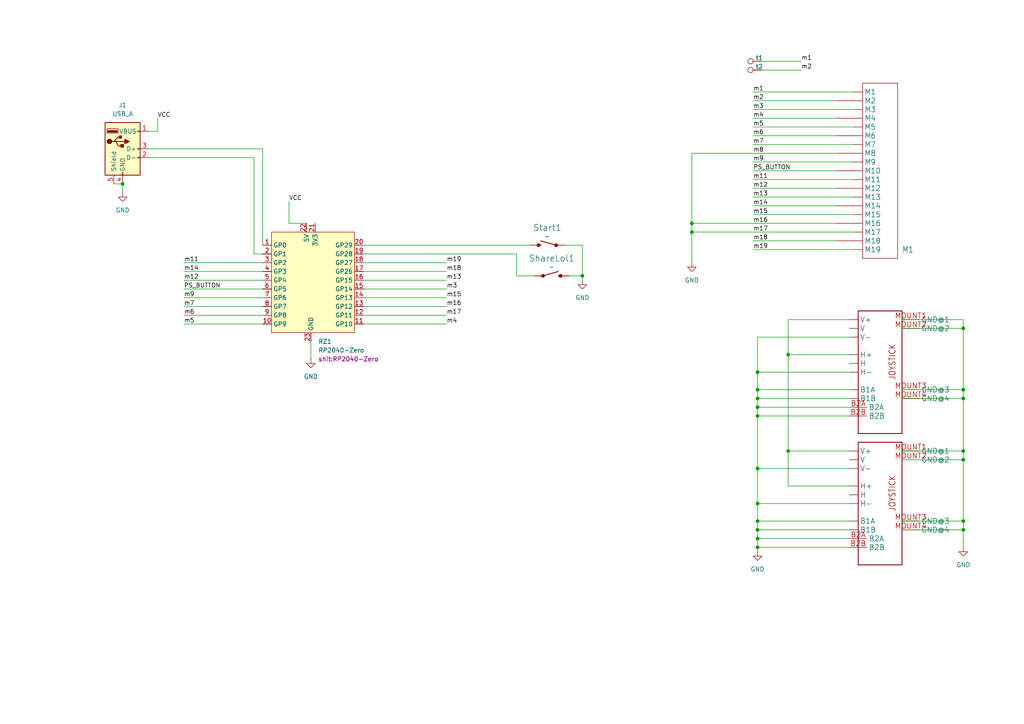
<source format=kicad_sch>
(kicad_sch (version 20250114) (generator "eeschema") (generator_version "9.0")
  (paper "A4")
  (lib_symbols
    (symbol "Connector:TestPoint" (pin_numbers (hide yes)) (pin_names (offset 0.762) (hide yes))
      (property "Reference" "TP" (at 0 6.858 0))
      (property "Value" "TestPoint" (at 0 5.08 0))
      (symbol "TestPoint_0_1"
        (circle (center 0 3.302) (radius 0.762))
      )
      (symbol "TestPoint_1_1"
        (pin passive line (at 0 0 90) (length 2.54) (name "1") (number "1"))
      )
    )
    (symbol "Connector:USB_A" (pin_names (offset 1.016))
      (property "Reference" "J" (at -5.08 11.43 0))
      (property "Value" "USB_A" (at -5.08 8.89 0))
      (symbol "USB_A_0_1"
        (rectangle (start -5.08 -7.62) (end 5.08 7.62) (stroke (width 0.254)) (fill (type background)))
        (circle (center -3.81 2.159) (radius 0.635) (stroke (width 0.254)) (fill (type outline)))
        (polyline (pts (xy -3.175 2.159) (xy -2.54 2.159) (xy -1.27 3.429) (xy -0.635 3.429)) (stroke (width 0.254)))
        (polyline (pts (xy -2.54 2.159) (xy -1.905 2.159) (xy -1.27 0.889) (xy 0 0.889)) (stroke (width 0.254)))
        (rectangle (start -1.524 4.826) (end -4.318 5.334) (fill (type outline)))
        (rectangle (start -1.27 4.572) (end -4.572 5.842))
        (circle (center -0.635 3.429) (radius 0.381) (stroke (width 0.254)) (fill (type outline)))
        (rectangle (start -0.127 -7.62) (end 0.127 -6.858))
        (rectangle (start 0.254 1.27) (end -0.508 0.508) (stroke (width 0.254)) (fill (type outline)))
        (polyline (pts (xy 0.635 2.794) (xy 0.635 1.524) (xy 1.905 2.159) (xy 0.635 2.794)) (stroke (width 0.254)) (fill (type outline)))
        (rectangle (start 5.08 4.953) (end 4.318 5.207))
        (rectangle (start 5.08 -0.127) (end 4.318 0.127))
        (rectangle (start 5.08 -2.667) (end 4.318 -2.413))
      )
      (symbol "USB_A_1_1"
        (polyline (pts (xy -1.905 2.159) (xy 0.635 2.159)) (stroke (width 0.254)))
        (pin passive line (at -2.54 -10.16 90) (length 2.54) (name "Shield") (number "5"))
        (pin power_in line (at 0 -10.16 90) (length 2.54) (name "GND") (number "4"))
        (pin power_in line (at 7.62 5.08 180) (length 2.54) (name "VBUS") (number "1"))
        (pin bidirectional line (at 7.62 0 180) (length 2.54) (name "D+") (number "3"))
        (pin bidirectional line (at 7.62 -2.54 180) (length 2.54) (name "D-") (number "2"))
      )
    )
    (symbol "PS4-sequencer-eagle-import:MOMENTARY-SWITCH-SPST-SMD-4.5MM"
      (property "Reference" "S" (at 0 1.524 0))
      (symbol "MOMENTARY-SWITCH-SPST-SMD-4.5MM_1_0"
        (circle (center -2.54 0) (radius 0.127) (stroke (width 0.4064)))
        (polyline (pts (xy -2.54 0) (xy 1.905 1.27)) (stroke (width 0.254)))
        (polyline (pts (xy 1.905 0) (xy 2.54 0)) (stroke (width 0.254)))
        (circle (center 2.54 0) (radius 0.127) (stroke (width 0.4064)))
        (pin passive line (at -5.08 0 0) (length 2.54) (name "1") (number "2"))
        (pin passive line (at -5.08 0 0) (length 2.54) (name "1") (number "3"))
        (pin passive line (at 5.08 0 180) (length 2.54) (name "2") (number "1"))
        (pin passive line (at 5.08 0 180) (length 2.54) (name "2") (number "4"))
      )
    )
    (symbol "PS4-sequencer-eagle-import:PS4JOYSTICKPTH"
      (symbol "PS4JOYSTICKPTH_1_0"
        (polyline (pts (xy -7.62 12.7) (xy 5.08 12.7)) (stroke (width 0.254)))
        (polyline (pts (xy -7.62 -22.86) (xy -7.62 12.7)) (stroke (width 0.254)))
        (polyline (pts (xy 5.08 12.7) (xy 5.08 -22.86)) (stroke (width 0.254)))
        (polyline (pts (xy 5.08 -22.86) (xy -7.62 -22.86)) (stroke (width 0.254)))
        (text "JOYSTICK" (at 3.302 -7.366 900) (effects (font (size 1.778 1.5113)) (justify left bottom)))
        (pin bidirectional line (at -10.16 10.16 0) (length 2.54) (name "V+") (number "V1"))
        (pin bidirectional line (at -10.16 7.62 0) (length 2.54) (name "V") (number "V2"))
        (pin bidirectional line (at -10.16 5.08 0) (length 2.54) (name "V-") (number "V3"))
        (pin bidirectional line (at -10.16 0 0) (length 2.54) (name "H+") (number "H1"))
        (pin bidirectional line (at -10.16 -2.54 0) (length 2.54) (name "H") (number "H2"))
        (pin bidirectional line (at -10.16 -5.08 0) (length 2.54) (name "H-") (number "H3"))
        (pin bidirectional line (at -10.16 -10.16 0) (length 2.54) (name "B1A") (number "B1A"))
        (pin bidirectional line (at -10.16 -12.7 0) (length 2.54) (name "B1B") (number "B1B"))
        (pin bidirectional line (at -10.16 -15.24 0) (length 5.08) (name "B2A") (number "B2A"))
        (pin bidirectional line (at -10.16 -17.78 0) (length 5.08) (name "B2B") (number "B2B"))
        (pin bidirectional line (at 5.08 10.16 0) (length 5.08) (name "GND@1") (number "MOUNT1"))
        (pin bidirectional line (at 5.08 7.62 0) (length 5.08) (name "GND@2") (number "MOUNT2"))
        (pin bidirectional line (at 5.08 -10.16 0) (length 5.08) (name "GND@3") (number "MOUNT3"))
        (pin bidirectional line (at 5.08 -12.7 0) (length 5.08) (name "GND@4") (number "MOUNT4"))
      )
    )
    (symbol "PS4-sequencer-eagle-import:PS4MEMBRANE"
      (property "Reference" "M" (at -45.72 7.62 0))
      (symbol "PS4MEMBRANE_1_0"
        (polyline (pts (xy -48.26 5.08) (xy -48.26 -5.08)) (stroke (width 0.1524)))
        (polyline (pts (xy -48.26 -5.08) (xy 2.54 -5.08)) (stroke (width 0.1524)))
        (polyline (pts (xy 2.54 5.08) (xy -48.26 5.08)) (stroke (width 0.1524)))
        (polyline (pts (xy 2.54 -5.08) (xy 2.54 5.08)) (stroke (width 0.1524)))
        (pin bidirectional line (at -45.72 -7.62 90) (length 2.54) (name "M1") (number "1"))
        (pin power_in line (at -43.18 -12.7 90) (length 7.62) (name "M2") (number "2"))
        (pin power_in line (at -40.64 -7.62 90) (length 2.54) (name "M3") (number "3"))
        (pin bidirectional line (at -38.1 -12.7 90) (length 7.62) (name "M4") (number "4"))
        (pin bidirectional line (at -35.56 -7.62 90) (length 2.54) (name "M5") (number "5"))
        (pin bidirectional line (at -33.02 -12.7 90) (length 7.62) (name "M6") (number "6"))
        (pin bidirectional line (at -30.48 -7.62 90) (length 2.54) (name "M7") (number "7"))
        (pin bidirectional line (at -27.94 -12.7 90) (length 7.62) (name "M8") (number "8"))
        (pin power_in line (at -25.4 -7.62 90) (length 2.54) (name "M9") (number "9"))
        (pin power_in line (at -22.86 -12.7 90) (length 7.62) (name "M10") (number "10"))
        (pin bidirectional line (at -20.32 -7.62 90) (length 2.54) (name "M11") (number "11"))
        (pin bidirectional line (at -17.78 -12.7 90) (length 7.62) (name "M12") (number "12"))
        (pin bidirectional line (at -15.24 -7.62 90) (length 2.54) (name "M13") (number "13"))
        (pin bidirectional line (at -12.7 -12.7 90) (length 7.62) (name "M14") (number "14"))
        (pin bidirectional line (at -10.16 -7.62 90) (length 2.54) (name "M15") (number "15"))
        (pin bidirectional line (at -7.62 -12.7 90) (length 7.62) (name "M16") (number "16"))
        (pin bidirectional line (at -5.08 -7.62 90) (length 2.54) (name "M17") (number "17"))
        (pin bidirectional line (at -2.54 -12.7 90) (length 7.62) (name "M18") (number "18"))
        (pin bidirectional line (at 0 -7.62 90) (length 2.54) (name "M19") (number "19"))
      )
    )
    (symbol "power:GND" (power) (pin_numbers (hide yes)) (pin_names (offset 0) (hide yes))
      (property "Value" "GND" (at 0 -3.81 0))
      (symbol "GND_0_1"
        (polyline (pts (xy 0 0) (xy 0 -1.27) (xy 1.27 -1.27) (xy 0 -2.54) (xy -1.27 -1.27) (xy 0 -1.27)))
      )
      (symbol "GND_1_1"
        (pin power_in line (at 0 0 270) (length 0) (name "~") (number "1"))
      )
    )
    (symbol "rp2040-zero:RP2040-Zero"
      (property "Reference" "RZ" (at 0 0 0))
      (property "Value" "RP2040-Zero" (at 0 -2.54 0))
      (property "Footprint" "RP2040-Zero:RP2040-Zero" (at 0 0 0))
      (symbol "RP2040-Zero_0_1"
        (rectangle (start -11.43 -15.24) (end 12.7 13.97) (fill (type background)))
      )
      (symbol "RP2040-Zero_1_1"
        (pin bidirectional line (at -13.97 10.16 0) (length 2.54) (name "GP0") (number "1"))
        (pin bidirectional line (at -13.97 7.62 0) (length 2.54) (name "GP1") (number "2"))
        (pin bidirectional line (at -13.97 5.08 0) (length 2.54) (name "GP2") (number "3"))
        (pin bidirectional line (at -13.97 2.54 0) (length 2.54) (name "GP3") (number "4"))
        (pin bidirectional line (at -13.97 0 0) (length 2.54) (name "GP4") (number "5"))
        (pin bidirectional line (at -13.97 -2.54 0) (length 2.54) (name "GP5") (number "6"))
        (pin bidirectional line (at -13.97 -5.08 0) (length 2.54) (name "GP6") (number "7"))
        (pin bidirectional line (at -13.97 -7.62 0) (length 2.54) (name "GP7") (number "8"))
        (pin bidirectional line (at -13.97 -10.16 0) (length 2.54) (name "GP8") (number "9"))
        (pin bidirectional line (at -13.97 -12.7 0) (length 2.54) (name "GP9") (number "10"))
        (pin power_in line (at -1.27 16.51 270) (length 2.54) (name "5V") (number "22"))
        (pin power_in line (at 0 -17.78 90) (length 2.54) (name "GND") (number "23"))
        (pin power_in line (at 1.27 16.51 270) (length 2.54) (name "3V3") (number "21"))
        (pin bidirectional line (at 15.24 10.16 180) (length 2.54) (name "GP29") (number "20"))
        (pin bidirectional line (at 15.24 7.62 180) (length 2.54) (name "GP28") (number "19"))
        (pin bidirectional line (at 15.24 5.08 180) (length 2.54) (name "GP27") (number "18"))
        (pin bidirectional line (at 15.24 2.54 180) (length 2.54) (name "GP26") (number "17"))
        (pin bidirectional line (at 15.24 0 180) (length 2.54) (name "GP15") (number "16"))
        (pin bidirectional line (at 15.24 -2.54 180) (length 2.54) (name "GP14") (number "15"))
        (pin bidirectional line (at 15.24 -5.08 180) (length 2.54) (name "GP13") (number "14"))
        (pin bidirectional line (at 15.24 -7.62 180) (length 2.54) (name "GP12") (number "13"))
        (pin bidirectional line (at 15.24 -10.16 180) (length 2.54) (name "GP11") (number "12"))
        (pin bidirectional line (at 15.24 -12.7 180) (length 2.54) (name "GP10") (number "11"))
      )
    )
  )
  (junction (at 279.4 133.35))
  (junction (at 279.4 130.81))
  (junction (at 219.71 120.65))
  (junction (at 219.71 118.11))
  (junction (at 219.71 158.75))
  (junction (at 279.4 151.13))
  (junction (at 219.71 115.57))
  (junction (at 279.4 113.03))
  (junction (at 219.71 135.89))
  (junction (at 168.91 80.01))
  (junction (at 228.6 102.87))
  (junction (at 219.71 156.21))
  (junction (at 219.71 113.03))
  (junction (at 35.56 53.34))
  (junction (at 200.66 67.31))
  (junction (at 279.4 115.57))
  (junction (at 219.71 107.95))
  (junction (at 219.71 151.13))
  (junction (at 219.71 146.05))
  (junction (at 279.4 95.25))
  (junction (at 279.4 153.67))
  (junction (at 219.71 153.67))
  (junction (at 200.66 64.77))
  (junction (at 228.6 130.81))
  (wire (pts (xy 279.4 113.03) (xy 279.4 115.57)))
  (wire (pts (xy 45.72 34.29) (xy 45.72 38.1)))
  (wire (pts (xy 200.66 64.77) (xy 200.66 67.31)))
  (wire (pts (xy 219.71 113.03) (xy 219.71 115.57)))
  (wire (pts (xy 219.71 160.02) (xy 219.71 158.75)))
  (wire (pts (xy 246.38 102.87) (xy 228.6 102.87)))
  (wire (pts (xy 261.62 113.03) (xy 279.4 113.03)))
  (wire (pts (xy 219.71 118.11) (xy 219.71 120.65)))
  (wire (pts (xy 219.71 135.89) (xy 219.71 146.05)))
  (wire (pts (xy 83.82 64.77) (xy 83.82 58.42)))
  (wire (pts (xy 279.4 151.13) (xy 279.4 153.67)))
  (wire (pts (xy 200.66 67.31) (xy 247.65 67.31)))
  (wire (pts (xy 246.38 92.71) (xy 228.6 92.71)))
  (wire (pts (xy 220.98 20.32) (xy 232.41 20.32)))
  (wire (pts (xy 219.71 120.65) (xy 246.38 120.65)))
  (wire (pts (xy 218.44 59.69) (xy 242.57 59.69)))
  (wire (pts (xy 168.91 80.01) (xy 168.91 81.28)))
  (wire (pts (xy 73.66 73.66) (xy 73.66 45.72)))
  (wire (pts (xy 200.66 44.45) (xy 242.57 44.45)))
  (wire (pts (xy 261.62 151.13) (xy 279.4 151.13)))
  (wire (pts (xy 53.34 81.28) (xy 76.2 81.28)))
  (wire (pts (xy 43.18 38.1) (xy 45.72 38.1)))
  (wire (pts (xy 219.71 146.05) (xy 219.71 151.13)))
  (wire (pts (xy 219.71 151.13) (xy 246.38 151.13)))
  (wire (pts (xy 218.44 29.21) (xy 242.57 29.21)))
  (wire (pts (xy 218.44 69.85) (xy 242.57 69.85)))
  (wire (pts (xy 105.41 91.44) (xy 129.54 91.44)))
  (wire (pts (xy 228.6 140.97) (xy 228.6 130.81)))
  (wire (pts (xy 105.41 76.2) (xy 129.54 76.2)))
  (wire (pts (xy 105.41 81.28) (xy 129.54 81.28)))
  (wire (pts (xy 76.2 73.66) (xy 73.66 73.66)))
  (wire (pts (xy 105.41 93.98) (xy 129.54 93.98)))
  (wire (pts (xy 219.71 158.75) (xy 246.38 158.75)))
  (wire (pts (xy 200.66 67.31) (xy 200.66 76.2)))
  (wire (pts (xy 279.4 130.81) (xy 279.4 133.35)))
  (wire (pts (xy 228.6 92.71) (xy 228.6 102.87)))
  (wire (pts (xy 53.34 88.9) (xy 76.2 88.9)))
  (wire (pts (xy 218.44 31.75) (xy 247.65 31.75)))
  (wire (pts (xy 90.17 99.06) (xy 90.17 104.14)))
  (wire (pts (xy 149.86 80.01) (xy 149.86 73.66)))
  (wire (pts (xy 219.71 146.05) (xy 246.38 146.05)))
  (wire (pts (xy 53.34 91.44) (xy 76.2 91.44)))
  (wire (pts (xy 200.66 44.45) (xy 200.66 64.77)))
  (wire (pts (xy 219.71 156.21) (xy 219.71 158.75)))
  (wire (pts (xy 53.34 86.36) (xy 76.2 86.36)))
  (wire (pts (xy 279.4 95.25) (xy 279.4 113.03)))
  (wire (pts (xy 219.71 156.21) (xy 246.38 156.21)))
  (wire (pts (xy 53.34 83.82) (xy 76.2 83.82)))
  (wire (pts (xy 219.71 113.03) (xy 246.38 113.03)))
  (wire (pts (xy 218.44 46.99) (xy 247.65 46.99)))
  (wire (pts (xy 53.34 76.2) (xy 76.2 76.2)))
  (wire (pts (xy 168.91 71.12) (xy 168.91 80.01)))
  (wire (pts (xy 218.44 52.07) (xy 247.65 52.07)))
  (wire (pts (xy 279.4 133.35) (xy 279.4 151.13)))
  (wire (pts (xy 219.71 107.95) (xy 219.71 113.03)))
  (wire (pts (xy 165.1 80.01) (xy 168.91 80.01)))
  (wire (pts (xy 279.4 115.57) (xy 279.4 130.81)))
  (wire (pts (xy 218.44 39.37) (xy 242.57 39.37)))
  (wire (pts (xy 261.62 133.35) (xy 279.4 133.35)))
  (wire (pts (xy 218.44 26.67) (xy 247.65 26.67)))
  (wire (pts (xy 200.66 64.77) (xy 242.57 64.77)))
  (wire (pts (xy 261.62 92.71) (xy 279.4 92.71)))
  (wire (pts (xy 105.41 88.9) (xy 129.54 88.9)))
  (wire (pts (xy 76.2 71.12) (xy 76.2 43.18)))
  (wire (pts (xy 261.62 115.57) (xy 279.4 115.57)))
  (wire (pts (xy 33.02 53.34) (xy 35.56 53.34)))
  (wire (pts (xy 219.71 107.95) (xy 246.38 107.95)))
  (wire (pts (xy 218.44 41.91) (xy 247.65 41.91)))
  (wire (pts (xy 261.62 153.67) (xy 279.4 153.67)))
  (wire (pts (xy 246.38 140.97) (xy 228.6 140.97)))
  (wire (pts (xy 105.41 83.82) (xy 129.54 83.82)))
  (wire (pts (xy 53.34 78.74) (xy 76.2 78.74)))
  (wire (pts (xy 219.71 115.57) (xy 246.38 115.57)))
  (wire (pts (xy 76.2 43.18) (xy 43.18 43.18)))
  (wire (pts (xy 261.62 95.25) (xy 279.4 95.25)))
  (wire (pts (xy 105.41 71.12) (xy 153.67 71.12)))
  (wire (pts (xy 219.71 97.79) (xy 219.71 107.95)))
  (wire (pts (xy 88.9 64.77) (xy 83.82 64.77)))
  (wire (pts (xy 219.71 97.79) (xy 246.38 97.79)))
  (wire (pts (xy 218.44 57.15) (xy 247.65 57.15)))
  (wire (pts (xy 219.71 120.65) (xy 219.71 135.89)))
  (wire (pts (xy 219.71 135.89) (xy 246.38 135.89)))
  (wire (pts (xy 261.62 130.81) (xy 279.4 130.81)))
  (wire (pts (xy 228.6 130.81) (xy 246.38 130.81)))
  (wire (pts (xy 35.56 53.34) (xy 35.56 55.88)))
  (wire (pts (xy 228.6 102.87) (xy 228.6 130.81)))
  (wire (pts (xy 53.34 93.98) (xy 76.2 93.98)))
  (wire (pts (xy 73.66 45.72) (xy 43.18 45.72)))
  (wire (pts (xy 218.44 49.53) (xy 242.57 49.53)))
  (wire (pts (xy 219.71 153.67) (xy 246.38 153.67)))
  (wire (pts (xy 218.44 36.83) (xy 247.65 36.83)))
  (wire (pts (xy 218.44 54.61) (xy 242.57 54.61)))
  (wire (pts (xy 218.44 62.23) (xy 247.65 62.23)))
  (wire (pts (xy 105.41 78.74) (xy 129.54 78.74)))
  (wire (pts (xy 218.44 72.39) (xy 247.65 72.39)))
  (wire (pts (xy 279.4 92.71) (xy 279.4 95.25)))
  (wire (pts (xy 163.83 71.12) (xy 168.91 71.12)))
  (wire (pts (xy 220.98 17.78) (xy 232.41 17.78)))
  (wire (pts (xy 218.44 34.29) (xy 242.57 34.29)))
  (wire (pts (xy 279.4 153.67) (xy 279.4 158.75)))
  (wire (pts (xy 219.71 151.13) (xy 219.71 153.67)))
  (wire (pts (xy 149.86 80.01) (xy 154.94 80.01)))
  (wire (pts (xy 219.71 153.67) (xy 219.71 156.21)))
  (wire (pts (xy 105.41 73.66) (xy 149.86 73.66)))
  (wire (pts (xy 219.71 115.57) (xy 219.71 118.11)))
  (wire (pts (xy 219.71 118.11) (xy 246.38 118.11)))
  (wire (pts (xy 105.41 86.36) (xy 129.54 86.36)))
  (label "m14" (at 53.34 78.74 0))
  (label "m12" (at 53.34 81.28 0))
  (label "m13" (at 129.54 81.28 0))
  (label "m3" (at 129.54 83.82 0))
  (label "m11" (at 218.44 52.07 0))
  (label "VCC" (at 45.72 34.29 0) (effects (font (size 1.2446 1.2446))))
  (label "m9" (at 53.34 86.36 0))
  (label "m16" (at 218.44 64.77 0))
  (label "m6" (at 53.34 91.44 0))
  (label "PS_BUTTON" (at 53.34 83.82 0) (effects (font (size 1.2446 1.2446))))
  (label "m19" (at 218.44 72.39 0))
  (label "m5" (at 53.34 93.98 0))
  (label "m7" (at 218.44 41.91 0))
  (label "m1" (at 232.41 17.78 0))
  (label "m17" (at 218.44 67.31 0))
  (label "m18" (at 129.54 78.74 0))
  (label "m17" (at 129.54 91.44 0))
  (label "m7" (at 53.34 88.9 0))
  (label "m12" (at 218.44 54.61 0))
  (label "m6" (at 218.44 39.37 0))
  (label "m2" (at 232.41 20.32 0))
  (label "m13" (at 218.44 57.15 0))
  (label "m2" (at 218.44 29.21 0))
  (label "m4" (at 129.54 93.98 0))
  (label "m18" (at 218.44 69.85 0))
  (label "m4" (at 218.44 34.29 0))
  (label "m19" (at 129.54 76.2 0))
  (label "m15" (at 218.44 62.23 0))
  (label "m15" (at 129.54 86.36 0))
  (label "m8" (at 218.44 44.45 0))
  (label "VCC" (at 83.82 58.42 0) (effects (font (size 1.2446 1.2446))))
  (label "m3" (at 218.44 31.75 0))
  (label "m14" (at 218.44 59.69 0))
  (label "m16" (at 129.54 88.9 0))
  (label "m11" (at 53.34 76.2 0))
  (label "m5" (at 218.44 36.83 0))
  (label "PS_BUTTON" (at 218.44 49.53 0))
  (label "m1" (at 218.44 26.67 0))
  (label "m9" (at 218.44 46.99 0))
  (symbol (lib_id "rp2040-zero:RP2040-Zero") (at 90.17 81.28 0) (unit 1)
    (property "Reference" "RZ1" (at 92.3133 99.06 0) (effects (justify left)))
    (property "Value" "RP2040-Zero" (at 92.3133 101.6 0) (effects (justify left)))
    (property "Footprint" "shit:RP2040-Zero" (at 92.3133 104.14 0) (effects (justify left)))
  )
  (symbol (lib_id "Connector:TestPoint") (at 220.98 20.32 90) (unit 1)
    (property "Reference" "t2" (at 220.218 19.304 90))
    (property "Footprint" "TestPoint:TestPoint_Pad_1.5x1.5mm" (effects (hide yes)))
    (property "Description" "test point" (effects (hide yes)))
  )
  (symbol (lib_id "power:GND") (at 219.71 160.02 0) (mirror y) (unit 1)
    (property "Reference" "#PWR06" (effects (hide yes)))
    (property "Value" "GND" (at 219.71 165.1 0))
    (property "Description" "Power symbol creates a global label with name \"GND\" , ground" (effects (hide yes)))
  )
  (symbol (lib_id "Connector:TestPoint") (at 220.98 17.78 90) (unit 1)
    (property "Reference" "t1" (at 220.218 16.764 90))
    (property "Footprint" "TestPoint:TestPoint_Pad_1.5x1.5mm" (effects (hide yes)))
    (property "Description" "test point" (effects (hide yes)))
  )
  (symbol (lib_id "PS4-sequencer-eagle-import:MOMENTARY-SWITCH-SPST-SMD-4.5MM") (at 158.75 71.12 0) (mirror y) (unit 1)
    (property "Reference" "Start1" (at 158.75 66.04 0) (effects (font (size 1.778 1.778))))
    (property "Value" "~" (at 158.75 68.58 0) (effects (font (size 1.778 1.778))))
    (property "Footprint" "PS4-sequencer:TACTILE_SWITCH_SMD_3.6MM_vf.7upxoABMT86JB5hzkim21Q" (effects (hide yes)))
    (property "Description" "Momentary Switch (Pushbutton) - SPST\n\nNormally-open (NO) SPST momentary switches (buttons, pushbuttons).\n\nVariants PTH-12MM - 12mm square, through-hole\n\n• https://www.sparkfun.com/products/9190 Momentary Pushbutton Switch - 12mm Square (COM-09190)\n\nPTH-6.0MM, PTH-6.0MM-KIT - 6.0mm square, through-hole\n\n• https://www.sparkfun.com/products/97 Mini Pushbutton Switch (COM-00097)\n• KIT package intended for soldering kit's - only one side of pads' copper is exposed.\n\nPTH-RIGHT-ANGLE-KIT - Right-angle, through-hole\n\n• https://www.sparkfun.com/products/10791 Right Angle Tactile Button - Used on https://www.sparkfun.com/products/11734  SparkFun BigTime Watch Kit\n\nSMD-12MM - 12mm square, surface-mount\n\n• https://www.sparkfun.com/products/12993 Tactile Button - SMD (12mm) (COM-12993)\n• Used on https://www.sparkfun.com/products/11888 SparkFun PicoBoard\n\nSMD-4.5MM - 4.5mm Square Trackball Switch\n\n• Used on https://www.sparkfun.com/products/13169 SparkFun Blackberry Trackballer Breakout\n\nSMD-4.6MMX2.8MM -  4.60mm x 2.80mm, surface mount\n\n• Used on https://www.sparkfun.com/products/13664 SparkFun SAMD21 Mini Breakout\n\nSMD-5.2MM, SMD-5.2-REDUNDANT - 5.2mm square, surface-mount\n\n• https://www.sparkfun.com/products/8720 Mini Pushbutton Switch - SMD (COM-08720)\n• Used on https://www.sparkfun.com/products/11114 Arduino Pro Mini\n• REDUNDANT package connects both switch circuits together\n\nSMD-6.0X3.5MM - 6.0 x 3.5mm, surface mount\n\n• https://www.sparkfun.com/products/8229 Momentary Reset Switch SMD (COM-08229)\n\nSMD-6.2MM-TALL - 6.2mm square, surface mount\n\n• https://www.sparkfun.com/products/12992 Tactile Button - SMD (6mm)\n• Used on https://www.sparkfun.com/products/12651 SparkFun Digital Sandbox\n\nSMD-RIGHT-ANGLE - Right-angle, surface mount\n\n• Used on https://www.sparkfun.com/products/13036 SparkFun Block for Intel® Edison - Arduino" (effects (hide yes)))
  )
  (symbol (lib_id "power:GND") (at 35.56 55.88 0) (unit 1)
    (property "Reference" "#PWR04" (effects (hide yes)))
    (property "Value" "GND" (at 35.56 60.96 0))
    (property "Description" "Power symbol creates a global label with name \"GND\" , ground" (effects (hide yes)))
  )
  (symbol (lib_id "PS4-sequencer-eagle-import:PS4JOYSTICKPTH") (at 256.54 102.87 0) (unit 1)
    (property "Reference" "U1" (effects (hide yes)))
    (property "Footprint" "PS4-sequencer:PS4JOYSTICK_vf.IaU3msWoRHeUc8tSE1TGOQ" (effects (hide yes)))
    (property "Description" "Thumb Joystick Joystick commonly found in PS2 controllers. Two pots and a select switch. Adapted from Sparkfun Library (but for more common 6mm switch sticks)" (effects (hide yes)))
  )
  (symbol (lib_id "power:GND") (at 90.17 104.14 0) (unit 1)
    (property "Reference" "#PWR01" (effects (hide yes)))
    (property "Value" "GND" (at 90.17 109.22 0))
    (property "Description" "Power symbol creates a global label with name \"GND\" , ground" (effects (hide yes)))
  )
  (symbol (lib_id "power:GND") (at 200.66 76.2 0) (unit 1)
    (property "Reference" "#PWR03" (effects (hide yes)))
    (property "Value" "GND" (at 200.66 81.28 0))
    (property "Description" "Power symbol creates a global label with name \"GND\" , ground" (effects (hide yes)))
  )
  (symbol (lib_id "power:GND") (at 279.4 158.75 0) (mirror y) (unit 1)
    (property "Reference" "#PWR07" (effects (hide yes)))
    (property "Value" "GND" (at 279.4 163.83 0))
    (property "Description" "Power symbol creates a global label with name \"GND\" , ground" (effects (hide yes)))
  )
  (symbol (lib_id "PS4-sequencer-eagle-import:PS4JOYSTICKPTH") (at 256.54 140.97 0) (unit 1)
    (property "Reference" "U2" (effects (hide yes)))
    (property "Footprint" "PS4-sequencer:PS4JOYSTICK_vf.IaU3msWoRHeUc8tSE1TGOQ" (effects (hide yes)))
    (property "Description" "Thumb Joystick Joystick commonly found in PS2 controllers. Two pots and a select switch. Adapted from Sparkfun Library (but for more common 6mm switch sticks)" (effects (hide yes)))
  )
  (symbol (lib_id "power:GND") (at 168.91 81.28 0) (mirror y) (unit 1)
    (property "Reference" "#PWR02" (effects (hide yes)))
    (property "Value" "GND" (at 168.91 86.36 0))
    (property "Description" "Power symbol creates a global label with name \"GND\" , ground" (effects (hide yes)))
  )
  (symbol (lib_id "PS4-sequencer-eagle-import:PS4MEMBRANE") (at 255.27 72.39 270) (unit 1)
    (property "Reference" "M1" (at 261.62 72.39 90) (effects (font (size 1.778 1.5113)) (justify left)))
    (property "Footprint" "PS4-sequencer:PS4MEMBRANE_vf.7upxoABMT86JB5hzkim21Q" (effects (hide yes)))
  )
  (symbol (lib_id "Connector:USB_A") (at 35.56 43.18 0) (unit 1)
    (property "Reference" "J1" (at 35.56 30.48 0))
    (property "Value" "USB_A" (at 35.56 33.02 0))
    (property "Footprint" "digikey-footprints:USB_A_Female_UE27AC54100" (effects (hide yes)))
    (property "Description" "USB Type A connector" (effects (hide yes)))
  )
  (symbol (lib_id "PS4-sequencer-eagle-import:MOMENTARY-SWITCH-SPST-SMD-4.5MM") (at 160.02 80.01 0) (unit 1)
    (property "Reference" "ShareLol1" (at 160.02 74.93 0) (effects (font (size 1.778 1.778))))
    (property "Value" "~" (at 160.02 77.47 0) (effects (font (size 1.778 1.778))))
    (property "Footprint" "PS4-sequencer:TACTILE_SWITCH_SMD_3.6MM_vf.7upxoABMT86JB5hzkim21Q" (effects (hide yes)))
    (property "Description" "Momentary Switch (Pushbutton) - SPST\n\nNormally-open (NO) SPST momentary switches (buttons, pushbuttons).\n\nVariants PTH-12MM - 12mm square, through-hole\n\n• https://www.sparkfun.com/products/9190 Momentary Pushbutton Switch - 12mm Square (COM-09190)\n\nPTH-6.0MM, PTH-6.0MM-KIT - 6.0mm square, through-hole\n\n• https://www.sparkfun.com/products/97 Mini Pushbutton Switch (COM-00097)\n• KIT package intended for soldering kit's - only one side of pads' copper is exposed.\n\nPTH-RIGHT-ANGLE-KIT - Right-angle, through-hole\n\n• https://www.sparkfun.com/products/10791 Right Angle Tactile Button - Used on https://www.sparkfun.com/products/11734  SparkFun BigTime Watch Kit\n\nSMD-12MM - 12mm square, surface-mount\n\n• https://www.sparkfun.com/products/12993 Tactile Button - SMD (12mm) (COM-12993)\n• Used on https://www.sparkfun.com/products/11888 SparkFun PicoBoard\n\nSMD-4.5MM - 4.5mm Square Trackball Switch\n\n• Used on https://www.sparkfun.com/products/13169 SparkFun Blackberry Trackballer Breakout\n\nSMD-4.6MMX2.8MM -  4.60mm x 2.80mm, surface mount\n\n• Used on https://www.sparkfun.com/products/13664 SparkFun SAMD21 Mini Breakout\n\nSMD-5.2MM, SMD-5.2-REDUNDANT - 5.2mm square, surface-mount\n\n• https://www.sparkfun.com/products/8720 Mini Pushbutton Switch - SMD (COM-08720)\n• Used on https://www.sparkfun.com/products/11114 Arduino Pro Mini\n• REDUNDANT package connects both switch circuits together\n\nSMD-6.0X3.5MM - 6.0 x 3.5mm, surface mount\n\n• https://www.sparkfun.com/products/8229 Momentary Reset Switch SMD (COM-08229)\n\nSMD-6.2MM-TALL - 6.2mm square, surface mount\n\n• https://www.sparkfun.com/products/12992 Tactile Button - SMD (6mm)\n• Used on https://www.sparkfun.com/products/12651 SparkFun Digital Sandbox\n\nSMD-RIGHT-ANGLE - Right-angle, surface mount\n\n• Used on https://www.sparkfun.com/products/13036 SparkFun Block for Intel® Edison - Arduino" (effects (hide yes)))
  )
)
</source>
